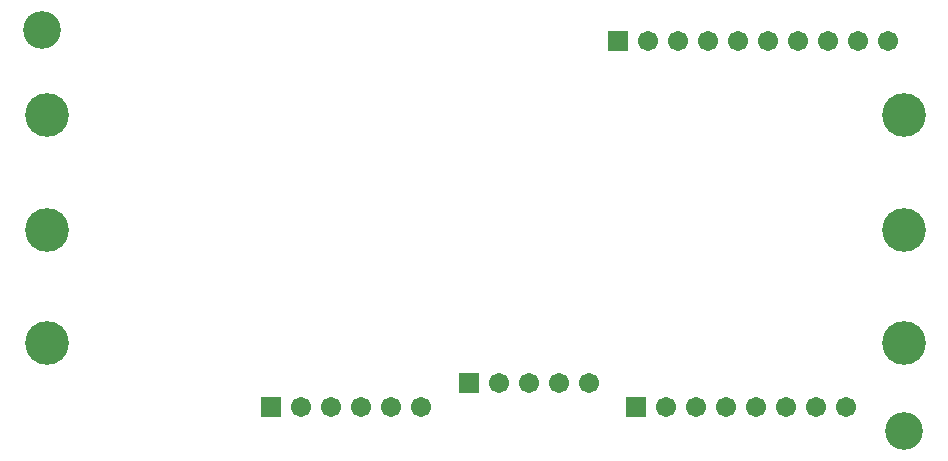
<source format=gbs>
%FSLAX44Y44*%
%MOMM*%
G71*
G01*
G75*
G04 Layer_Color=16711935*
%ADD10R,1.3000X2.1000*%
%ADD11O,2.0000X1.0000*%
%ADD12O,4.0000X1.0000*%
%ADD13R,0.6500X0.9000*%
%ADD14R,2.0000X2.0000*%
%ADD15O,1.0000X3.0000*%
%ADD16R,0.9000X0.6500*%
%ADD17R,1.3000X0.9000*%
%ADD18O,1.0000X2.0000*%
%ADD19R,0.9000X1.3000*%
%ADD20R,1.9000X4.0000*%
%ADD21R,1.3000X4.5000*%
%ADD22R,0.6500X1.1000*%
%ADD23R,1.0000X1.0000*%
%ADD24R,0.6000X1.5000*%
%ADD25R,1.4000X0.6000*%
%ADD26P,2.0566X8X112.5*%
%ADD27R,1.3970X2.5400*%
%ADD28R,2.5400X1.1430*%
%ADD29C,0.3000*%
%ADD30C,0.6000*%
%ADD31C,0.4000*%
%ADD32C,0.5000*%
%ADD33C,0.2000*%
%ADD34C,3.0000*%
%ADD35R,1.5000X1.5000*%
%ADD36C,1.5000*%
%ADD37C,3.5000*%
%ADD38C,0.8000*%
%ADD39C,0.7000*%
%ADD40C,1.0000*%
%ADD41C,0.2500*%
%ADD42C,0.1000*%
%ADD43C,0.2540*%
%ADD44C,0.0127*%
%ADD45C,0.1500*%
%ADD46R,1.5032X2.3032*%
%ADD47O,2.2032X1.2032*%
%ADD48O,4.2032X1.2032*%
%ADD49R,0.8532X1.1032*%
%ADD50R,2.2032X2.2032*%
%ADD51O,1.2032X3.2032*%
%ADD52R,1.1032X0.8532*%
%ADD53R,1.5032X1.1032*%
%ADD54O,1.2032X2.2032*%
%ADD55R,1.1032X1.5032*%
%ADD56R,2.1032X4.2032*%
%ADD57R,1.5032X4.7032*%
%ADD58R,0.8532X1.3032*%
%ADD59R,1.2032X1.2032*%
%ADD60R,0.8032X1.7032*%
%ADD61R,1.6032X0.8032*%
%ADD62P,2.2765X8X112.5*%
%ADD63R,1.6002X2.7432*%
%ADD64R,2.7432X1.3462*%
%ADD65C,3.2032*%
%ADD66R,1.7032X1.7032*%
%ADD67C,1.7032*%
%ADD68C,3.7032*%
D65*
X755000Y25001D02*
D03*
X25000Y365000D02*
D03*
D66*
X218920Y45720D02*
D03*
X386560Y66040D02*
D03*
X528320Y45720D02*
D03*
X513080Y355600D02*
D03*
D67*
X244320Y45720D02*
D03*
X269720D02*
D03*
X295120D02*
D03*
X320520D02*
D03*
X345920D02*
D03*
X488160Y66040D02*
D03*
X462760D02*
D03*
X437360D02*
D03*
X411960D02*
D03*
X706120Y45720D02*
D03*
X680720D02*
D03*
X655320D02*
D03*
X629920D02*
D03*
X604520D02*
D03*
X579120D02*
D03*
X553720D02*
D03*
X538480Y355600D02*
D03*
X589280D02*
D03*
X614680D02*
D03*
X640080D02*
D03*
X665480D02*
D03*
X690880D02*
D03*
X716280D02*
D03*
X741680D02*
D03*
X563880D02*
D03*
D68*
X755170Y195250D02*
D03*
X30000D02*
D03*
Y100000D02*
D03*
X755170D02*
D03*
Y293040D02*
D03*
X30000D02*
D03*
M02*

</source>
